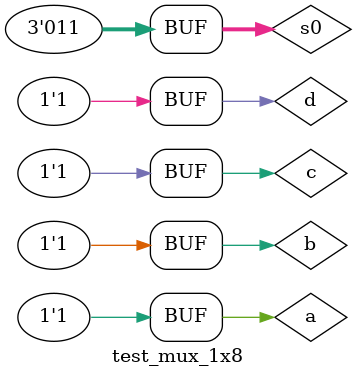
<source format=v>
module test_mux_1x8;
   reg [2:0] s0;
   reg 	     a, b, c, d;

   wire      s;

   multiplexeur_1x8 mux1(s0, a,b,c,d,e,f,g,h, s);

   initial
     begin
	$dumpfile("signal/signal_mux.vcd");
	$dumpvars;
	$display("\t\ttime,\ts0, \ta,\tb, \tc, \td,\ts");
	$monitor("%d \t%d \t%b \t%b \t%b \t%b \t%b", $time, s0, a, b, c, d, s);

	#5;
	s0 = 0;
	a = 1;
	b = 1;
	c = 1;
	d = 1;
	#5;
	s0 = 1;
	a = 1;
	b = 1;
	c = 1;
	d = 1;
	#5;
	s0 = 2;
	a = 1;
	b = 1;
	c = 1;
	d = 1;
	#5;
	s0 = 3;
	a = 1;
	b = 1;
	c = 1;
	d = 1;
	#5;
     end
endmodule // testmux

</source>
